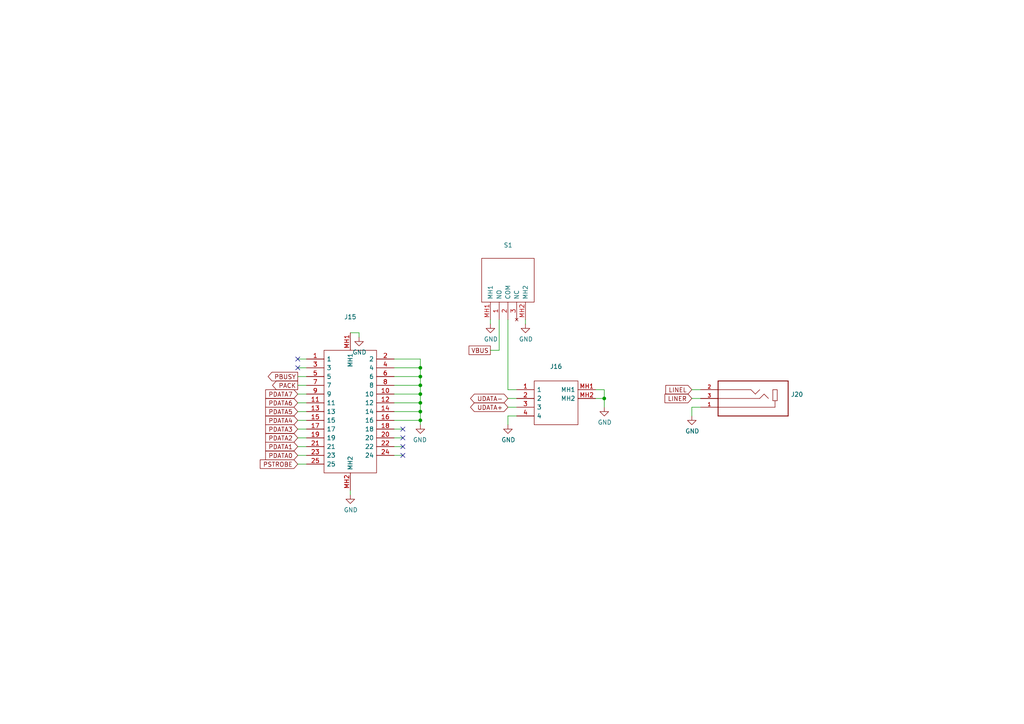
<source format=kicad_sch>
(kicad_sch (version 20211123) (generator eeschema)
  (paper "A4")
  (lib_symbols
    (symbol "D25S33E4PA00LF:D25S33E4PA00LF" (pin_names (offset 0.762))
      (property "Reference" "J" (at 41.91 12.7 0))
      (property "Value" "D25S33E4PA00LF" (at 41.91 10.16 0))
      (symbol "D25S33E4PA00LF_0_0"
        (pin passive line (at 7.62 12.7 270) (length 5.08) (name "1") (number "1"))
        (pin passive line (at 17.78 -12.7 90) (length 5.08) (name "10") (number "10"))
        (pin passive line (at 20.32 12.7 270) (length 5.08) (name "11") (number "11"))
        (pin passive line (at 20.32 -12.7 90) (length 5.08) (name "12") (number "12"))
        (pin passive line (at 22.86 12.7 270) (length 5.08) (name "13") (number "13"))
        (pin passive line (at 22.86 -12.7 90) (length 5.08) (name "14") (number "14"))
        (pin passive line (at 25.4 12.7 270) (length 5.08) (name "15") (number "15"))
        (pin passive line (at 25.4 -12.7 90) (length 5.08) (name "16") (number "16"))
        (pin passive line (at 27.94 12.7 270) (length 5.08) (name "17") (number "17"))
        (pin passive line (at 27.94 -12.7 90) (length 5.08) (name "18") (number "18"))
        (pin passive line (at 30.48 12.7 270) (length 5.08) (name "19") (number "19"))
        (pin passive line (at 7.62 -12.7 90) (length 5.08) (name "2") (number "2"))
        (pin passive line (at 30.48 -12.7 90) (length 5.08) (name "20") (number "20"))
        (pin passive line (at 33.02 12.7 270) (length 5.08) (name "21") (number "21"))
        (pin passive line (at 33.02 -12.7 90) (length 5.08) (name "22") (number "22"))
        (pin passive line (at 35.56 12.7 270) (length 5.08) (name "23") (number "23"))
        (pin passive line (at 35.56 -12.7 90) (length 5.08) (name "24") (number "24"))
        (pin passive line (at 38.1 12.7 270) (length 5.08) (name "25") (number "25"))
        (pin passive line (at 10.16 12.7 270) (length 5.08) (name "3") (number "3"))
        (pin passive line (at 10.16 -12.7 90) (length 5.08) (name "4") (number "4"))
        (pin passive line (at 12.7 12.7 270) (length 5.08) (name "5") (number "5"))
        (pin passive line (at 12.7 -12.7 90) (length 5.08) (name "6") (number "6"))
        (pin passive line (at 15.24 12.7 270) (length 5.08) (name "7") (number "7"))
        (pin passive line (at 15.24 -12.7 90) (length 5.08) (name "8") (number "8"))
        (pin passive line (at 17.78 12.7 270) (length 5.08) (name "9") (number "9"))
        (pin passive line (at 0 0 0) (length 5.08) (name "MH1") (number "MH1"))
        (pin passive line (at 45.72 0 180) (length 5.08) (name "MH2") (number "MH2"))
      )
      (symbol "D25S33E4PA00LF_0_1"
        (polyline (pts (xy 5.08 7.62) (xy 40.64 7.62) (xy 40.64 -7.62) (xy 5.08 -7.62) (xy 5.08 7.62)) (stroke (width 0.1524)))
      )
    )
    (symbol "OS102011MA1QN1C:OS102011MA1QN1C" (pin_names (offset 0.762))
      (property "Reference" "S" (at 19.05 7.62 0))
      (property "Value" "OS102011MA1QN1C" (at 19.05 5.08 0))
      (symbol "OS102011MA1QN1C_0_0"
        (pin passive line (at 0 -2.54 0) (length 5.08) (name "NO") (number "1"))
        (pin passive line (at 0 -5.08 0) (length 5.08) (name "COM") (number "2"))
        (pin no_connect line (at 0 -7.62 0) (length 5.08) (name "NC") (number "3"))
        (pin passive line (at 0 0 0) (length 5.08) (name "MH1") (number "MH1"))
        (pin passive line (at 0 -10.16 0) (length 5.08) (name "MH2") (number "MH2"))
      )
      (symbol "OS102011MA1QN1C_0_1"
        (polyline (pts (xy 5.08 2.54) (xy 17.78 2.54) (xy 17.78 -12.7) (xy 5.08 -12.7) (xy 5.08 2.54)) (stroke (width 0.1524)))
      )
    )
    (symbol "SJ1-3523N:SJ1-3523N" (pin_names (offset 1.016) hide)
      (property "Reference" "J" (at -10.16 7.62 0))
      (property "Value" "SJ1-3523N" (at -10.16 -10.16 0))
      (symbol "SJ1-3523N_0_0"
        (polyline (pts (xy -10.16 -5.08) (xy 10.16 -5.08)) (stroke (width 0.254)))
        (polyline (pts (xy -10.16 5.08) (xy -10.16 -5.08)) (stroke (width 0.254)))
        (polyline (pts (xy -6.985 -2.54) (xy -6.985 0.635)) (stroke (width 0.1524)))
        (polyline (pts (xy -6.985 0.635) (xy -6.35 0.635)) (stroke (width 0.1524)))
        (polyline (pts (xy -6.35 0.635) (xy -5.715 0.635)) (stroke (width 0.1524)))
        (polyline (pts (xy -6.35 2.54) (xy -6.35 0.635)) (stroke (width 0.1524)))
        (polyline (pts (xy -5.715 -2.54) (xy -6.985 -2.54)) (stroke (width 0.1524)))
        (polyline (pts (xy -5.715 0.635) (xy -5.715 -2.54)) (stroke (width 0.1524)))
        (polyline (pts (xy -3.175 -1.27) (xy -4.445 0)) (stroke (width 0.1524)))
        (polyline (pts (xy -1.905 0) (xy -3.175 -1.27)) (stroke (width 0.1524)))
        (polyline (pts (xy -0.635 -1.27) (xy -1.905 -2.54)) (stroke (width 0.1524)))
        (polyline (pts (xy 0.635 -2.54) (xy -0.635 -1.27)) (stroke (width 0.1524)))
        (polyline (pts (xy 10.16 -5.08) (xy 10.16 -2.54)) (stroke (width 0.254)))
        (polyline (pts (xy 10.16 -2.54) (xy 0.635 -2.54)) (stroke (width 0.1524)))
        (polyline (pts (xy 10.16 -2.54) (xy 10.16 0)) (stroke (width 0.254)))
        (polyline (pts (xy 10.16 0) (xy -1.905 0)) (stroke (width 0.1524)))
        (polyline (pts (xy 10.16 0) (xy 10.16 2.54)) (stroke (width 0.254)))
        (polyline (pts (xy 10.16 2.54) (xy -6.35 2.54)) (stroke (width 0.1524)))
        (polyline (pts (xy 10.16 2.54) (xy 10.16 5.08)) (stroke (width 0.254)))
        (polyline (pts (xy 10.16 5.08) (xy -10.16 5.08)) (stroke (width 0.254)))
        (pin passive line (at 15.24 2.54 180) (length 5.08) (name "~") (number "1"))
        (pin passive line (at 15.24 -2.54 180) (length 5.08) (name "~") (number "2"))
        (pin passive line (at 15.24 0 180) (length 5.08) (name "~") (number "3"))
      )
    )
    (symbol "UJ2-AH-4-TH:UJ2-AH-4-TH" (pin_names (offset 0.762))
      (property "Reference" "J" (at 19.05 7.62 0))
      (property "Value" "UJ2-AH-4-TH" (at 19.05 5.08 0))
      (symbol "UJ2-AH-4-TH_0_0"
        (pin passive line (at 22.86 0 180) (length 5.08) (name "1") (number "1"))
        (pin passive line (at 22.86 -2.54 180) (length 5.08) (name "2") (number "2"))
        (pin passive line (at 22.86 -5.08 180) (length 5.08) (name "3") (number "3"))
        (pin passive line (at 22.86 -7.62 180) (length 5.08) (name "4") (number "4"))
        (pin passive line (at 0 0 0) (length 5.08) (name "MH1") (number "MH1"))
        (pin passive line (at 0 -2.54 0) (length 5.08) (name "MH2") (number "MH2"))
      )
      (symbol "UJ2-AH-4-TH_0_1"
        (polyline (pts (xy 5.08 2.54) (xy 17.78 2.54) (xy 17.78 -10.16) (xy 5.08 -10.16) (xy 5.08 2.54)) (stroke (width 0.1524)))
      )
    )
    (symbol "power:GND" (power) (pin_names (offset 0))
      (property "Value" "GND" (at 0 -3.81 0))
      (symbol "GND_0_1"
        (polyline (pts (xy 0 0) (xy 0 -1.27) (xy 1.27 -1.27) (xy 0 -2.54) (xy -1.27 -1.27) (xy 0 -1.27)))
      )
      (symbol "GND_1_1"
        (pin power_in line (at 0 0 270) (length 0) hide (name "GND") (number "1"))
      )
    )
  )
  (junction (at 121.92 106.68))
  (junction (at 121.92 109.22))
  (junction (at 121.92 119.38))
  (junction (at 121.92 114.3))
  (junction (at 121.92 121.92))
  (junction (at 175.26 115.57))
  (junction (at 121.92 116.84))
  (junction (at 121.92 111.76))
  (no_connect (at 116.84 132.08))
  (no_connect (at 86.36 106.68))
  (no_connect (at 116.84 127))
  (no_connect (at 116.84 124.46))
  (no_connect (at 86.36 104.14))
  (no_connect (at 116.84 129.54))
  (wire (pts (xy 86.36 119.38) (xy 88.9 119.38)))
  (wire (pts (xy 114.3 116.84) (xy 121.92 116.84)))
  (wire (pts (xy 147.32 113.03) (xy 149.86 113.03)))
  (wire (pts (xy 86.36 106.68) (xy 88.9 106.68)))
  (wire (pts (xy 121.92 119.38) (xy 121.92 121.92)))
  (wire (pts (xy 175.26 113.03) (xy 172.72 113.03)))
  (wire (pts (xy 121.92 106.68) (xy 121.92 109.22)))
  (wire (pts (xy 114.3 121.92) (xy 121.92 121.92)))
  (wire (pts (xy 121.92 121.92) (xy 121.92 123.19)))
  (wire (pts (xy 121.92 109.22) (xy 121.92 111.76)))
  (wire (pts (xy 114.3 109.22) (xy 121.92 109.22)))
  (wire (pts (xy 152.4 92.71) (xy 152.4 93.98)))
  (wire (pts (xy 147.32 115.57) (xy 149.86 115.57)))
  (wire (pts (xy 116.84 127) (xy 114.3 127)))
  (wire (pts (xy 86.36 114.3) (xy 88.9 114.3)))
  (wire (pts (xy 200.66 115.57) (xy 203.2 115.57)))
  (wire (pts (xy 121.92 116.84) (xy 121.92 114.3)))
  (wire (pts (xy 86.36 109.22) (xy 88.9 109.22)))
  (wire (pts (xy 86.36 127) (xy 88.9 127)))
  (wire (pts (xy 142.24 93.98) (xy 142.24 92.71)))
  (wire (pts (xy 147.32 118.11) (xy 149.86 118.11)))
  (wire (pts (xy 144.78 101.6) (xy 144.78 92.71)))
  (wire (pts (xy 200.66 118.11) (xy 203.2 118.11)))
  (wire (pts (xy 116.84 124.46) (xy 114.3 124.46)))
  (wire (pts (xy 147.32 120.65) (xy 149.86 120.65)))
  (wire (pts (xy 114.3 104.14) (xy 121.92 104.14)))
  (wire (pts (xy 101.6 143.51) (xy 101.6 142.24)))
  (wire (pts (xy 86.36 111.76) (xy 88.9 111.76)))
  (wire (pts (xy 86.36 129.54) (xy 88.9 129.54)))
  (wire (pts (xy 147.32 92.71) (xy 147.32 113.03)))
  (wire (pts (xy 116.84 129.54) (xy 114.3 129.54)))
  (wire (pts (xy 175.26 115.57) (xy 175.26 118.11)))
  (wire (pts (xy 88.9 116.84) (xy 86.36 116.84)))
  (wire (pts (xy 142.24 101.6) (xy 144.78 101.6)))
  (wire (pts (xy 114.3 114.3) (xy 121.92 114.3)))
  (wire (pts (xy 114.3 119.38) (xy 121.92 119.38)))
  (wire (pts (xy 86.36 134.62) (xy 88.9 134.62)))
  (wire (pts (xy 172.72 115.57) (xy 175.26 115.57)))
  (wire (pts (xy 121.92 119.38) (xy 121.92 116.84)))
  (wire (pts (xy 175.26 115.57) (xy 175.26 113.03)))
  (wire (pts (xy 114.3 111.76) (xy 121.92 111.76)))
  (wire (pts (xy 101.6 96.52) (xy 104.14 96.52)))
  (wire (pts (xy 86.36 104.14) (xy 88.9 104.14)))
  (wire (pts (xy 200.66 113.03) (xy 203.2 113.03)))
  (wire (pts (xy 104.14 96.52) (xy 104.14 97.79)))
  (wire (pts (xy 121.92 111.76) (xy 121.92 114.3)))
  (wire (pts (xy 114.3 106.68) (xy 121.92 106.68)))
  (wire (pts (xy 121.92 104.14) (xy 121.92 106.68)))
  (wire (pts (xy 86.36 132.08) (xy 88.9 132.08)))
  (wire (pts (xy 147.32 120.65) (xy 147.32 123.19)))
  (wire (pts (xy 86.36 124.46) (xy 88.9 124.46)))
  (wire (pts (xy 116.84 132.08) (xy 114.3 132.08)))
  (wire (pts (xy 86.36 121.92) (xy 88.9 121.92)))
  (wire (pts (xy 200.66 120.65) (xy 200.66 118.11)))
  (global_label "PDATA7" (shape input) (at 86.36 114.3 180) (property "Intersheet References" "${INTERSHEET_REFS}" (effects hide)))
  (global_label "PDATA3" (shape input) (at 86.36 124.46 180) (property "Intersheet References" "${INTERSHEET_REFS}" (effects hide)))
  (global_label "PDATA4" (shape input) (at 86.36 121.92 180) (property "Intersheet References" "${INTERSHEET_REFS}" (effects hide)))
  (global_label "PACK" (shape output) (at 86.36 111.76 180) (property "Intersheet References" "${INTERSHEET_REFS}" (effects hide)))
  (global_label "PSTROBE" (shape input) (at 86.36 134.62 180) (property "Intersheet References" "${INTERSHEET_REFS}" (effects hide)))
  (global_label "PDATA0" (shape input) (at 86.36 132.08 180) (property "Intersheet References" "${INTERSHEET_REFS}" (effects hide)))
  (global_label "VBUS" (shape passive) (at 142.24 101.6 180) (property "Intersheet References" "${INTERSHEET_REFS}" (effects hide)))
  (global_label "PDATA6" (shape input) (at 86.36 116.84 180) (property "Intersheet References" "${INTERSHEET_REFS}" (effects hide)))
  (global_label "PDATA2" (shape input) (at 86.36 127 180) (property "Intersheet References" "${INTERSHEET_REFS}" (effects hide)))
  (global_label "LINER" (shape input) (at 200.66 115.57 180) (property "Intersheet References" "${INTERSHEET_REFS}" (effects hide)))
  (global_label "PDATA5" (shape input) (at 86.36 119.38 180) (property "Intersheet References" "${INTERSHEET_REFS}" (effects hide)))
  (global_label "UDATA-" (shape bidirectional) (at 147.32 115.57 180) (property "Intersheet References" "${INTERSHEET_REFS}" (effects hide)))
  (global_label "UDATA+" (shape bidirectional) (at 147.32 118.11 180) (property "Intersheet References" "${INTERSHEET_REFS}" (effects hide)))
  (global_label "LINEL" (shape input) (at 200.66 113.03 180) (property "Intersheet References" "${INTERSHEET_REFS}" (effects hide)))
  (global_label "PDATA1" (shape input) (at 86.36 129.54 180) (property "Intersheet References" "${INTERSHEET_REFS}" (effects hide)))
  (global_label "PBUSY" (shape output) (at 86.36 109.22 180) (property "Intersheet References" "${INTERSHEET_REFS}" (effects hide)))
  (symbol (lib_id "power:GND") (at 200.66 120.65 0) (unit 1)
    (property "Reference" "#PWR0129" (effects hide))
  )
  (symbol (lib_id "power:GND") (at 175.26 118.11 0) (unit 1)
    (property "Reference" "#PWR0130" (effects hide))
  )
  (symbol (lib_id "D25S33E4PA00LF:D25S33E4PA00LF") (at 101.6 96.52 90) (mirror x) (unit 1)
    (property "Reference" "J15" (at 101.6 91.9226 90))
    (property "Datasheet" "https://componentsearchengine.com/Datasheets/1/D25S33E4PA00LF.pdf" (effects hide))
    (property "Description" "D-Sub Standard Connectors 25P SKT RA SOLDER SHELL SIZE B" (effects hide))
    (property "Height" "12.96" (effects hide))
    (property "Mouser Part Number" "649-D25S33E4PA00LF" (effects hide))
    (property "Mouser Price/Stock" "https://www.mouser.co.uk/ProductDetail/Amphenol-FCI/D25S33E4PA00LF?qs=V0y2QjpmBGS6vpeViwac%252BQ%3D%3D" (effects hide))
    (property "Manufacturer_Name" "Amphenol" (effects hide))
    (property "Manufacturer_Part_Number" "D25S33E4PA00LF" (effects hide))
  )
  (symbol (lib_id "power:GND") (at 121.92 123.19 0) (mirror y) (unit 1)
    (property "Reference" "#PWR0133" (effects hide))
  )
  (symbol (lib_id "power:GND") (at 101.6 143.51 0) (unit 1)
    (property "Reference" "#PWR0134" (effects hide))
  )
  (symbol (lib_id "power:GND") (at 104.14 97.79 0) (unit 1)
    (property "Reference" "#PWR0135" (effects hide))
  )
  (symbol (lib_id "SJ1-3523N:SJ1-3523N") (at 218.44 115.57 180) (unit 1)
    (property "Reference" "J20" (at 229.362 114.4016 0) (effects (justify right)))
    (property "Datasheet" "Manufacturer recommendation" (effects hide))
    (property "Field4" "CUI" (effects hide))
    (property "Field5" "1.02" (effects hide))
  )
  (symbol (lib_id "UJ2-AH-4-TH:UJ2-AH-4-TH") (at 172.72 113.03 0) (mirror y) (unit 1)
    (property "Reference" "J16" (at 161.29 106.299 0))
    (property "Datasheet" "https://www.cui.com/product/resource/uj2-ah-4-th.pdf" (effects hide))
    (property "Description" "USB Connectors USB 2.0 type A jack 4 pin Horizontal TH" (effects hide))
    (property "Height" "6.94" (effects hide))
    (property "Manufacturer_Name" "CUI Inc." (effects hide))
    (property "Manufacturer_Part_Number" "UJ2-AH-4-TH" (effects hide))
    (property "Mouser Part Number" "490-UJ2-AH-4-TH" (effects hide))
    (property "Mouser Price/Stock" "https://www.mouser.co.uk/ProductDetail/CUI-Devices/UJ2-AH-4-TH?qs=5mqXD9RfOg1V4xKoNh4Gxg%3D%3D" (effects hide))
    (property "Arrow Part Number" "UJ2-AH-4-TH" (effects hide))
    (property "Arrow Price/Stock" "https://www.arrow.com/en/products/uj2-ah-4-th/cui-devices" (effects hide))
  )
  (symbol (lib_id "power:GND") (at 147.32 123.19 0) (unit 1)
    (property "Reference" "#PWR0131" (effects hide))
  )
  (symbol (lib_id "OS102011MA1QN1C:OS102011MA1QN1C") (at 142.24 92.71 90) (unit 1)
    (property "Reference" "S1" (at 146.05 71.12 90) (effects (justify right)))
    (property "Datasheet" "https://componentsearchengine.com/Datasheets/1/OS102011MA1QN1C.pdf" (effects hide))
    (property "Description" "Switch Slide ON ON SPDT Side Slide 0.1A 12VDC 10000Cycles PC Pins Bracket Mount/Through Hole Bulk" (effects hide))
    (property "Height" "4.7" (effects hide))
    (property "Manufacturer_Name" "C & K COMPONENTS" (effects hide))
    (property "Manufacturer_Part_Number" "OS102011MA1QN1C" (effects hide))
    (property "Mouser Part Number" "611-OS102011MA1QN1C" (effects hide))
    (property "Mouser Price/Stock" "https://www.mouser.co.uk/ProductDetail/CK/OS102011MA1QN1C?qs=FZWyocRRknktov%2FYHKgbyA%3D%3D" (effects hide))
    (property "Arrow Part Number" "OS102011MA1QN1C" (effects hide))
    (property "Arrow Price/Stock" "https://www.arrow.com/en/products/os102011ma1qn1c/ck?region=nac" (effects hide))
  )
  (symbol (lib_id "power:GND") (at 142.24 93.98 0) (unit 1)
    (property "Reference" "#PWR027" (effects hide))
  )
  (symbol (lib_id "power:GND") (at 152.4 93.98 0) (unit 1)
    (property "Reference" "#PWR028" (effects hide))
  )
)
</source>
